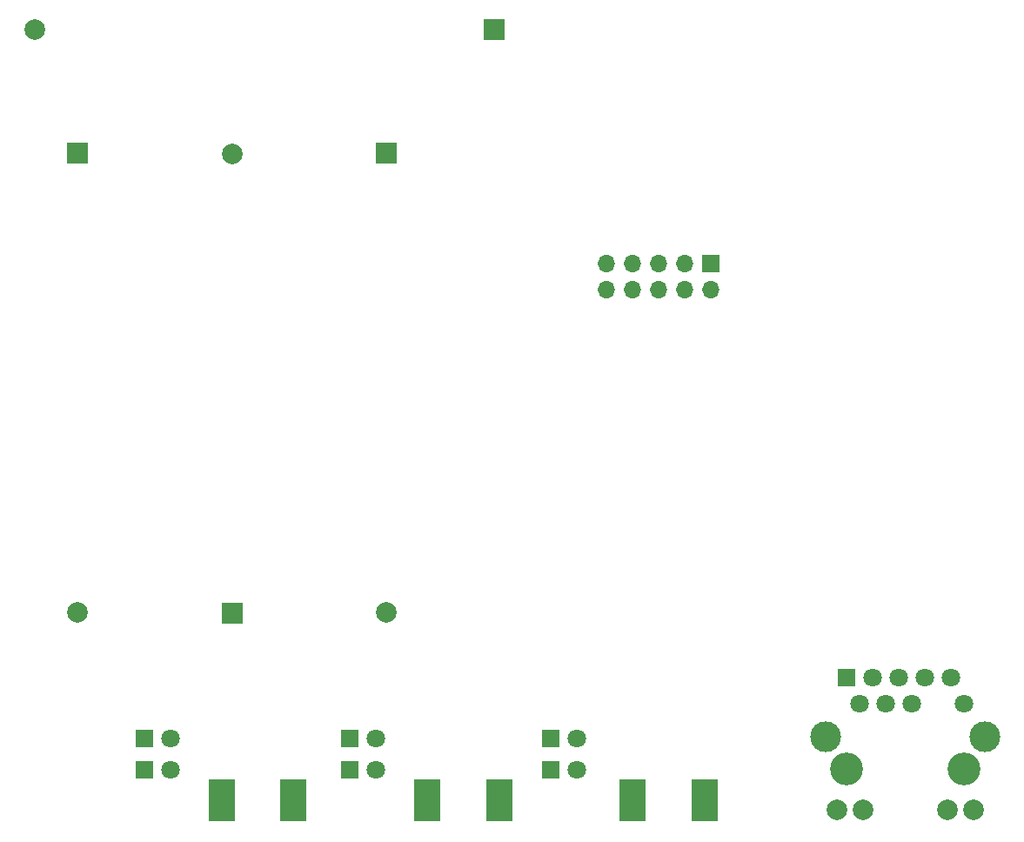
<source format=gbr>
%TF.GenerationSoftware,KiCad,Pcbnew,6.0.2+dfsg-1*%
%TF.CreationDate,2023-05-23T16:54:33-05:00*%
%TF.ProjectId,ethernet,65746865-726e-4657-942e-6b696361645f,rev?*%
%TF.SameCoordinates,Original*%
%TF.FileFunction,Soldermask,Bot*%
%TF.FilePolarity,Negative*%
%FSLAX46Y46*%
G04 Gerber Fmt 4.6, Leading zero omitted, Abs format (unit mm)*
G04 Created by KiCad (PCBNEW 6.0.2+dfsg-1) date 2023-05-23 16:54:33*
%MOMM*%
%LPD*%
G01*
G04 APERTURE LIST*
%ADD10R,2.665000X4.190000*%
%ADD11R,2.000000X2.000000*%
%ADD12C,2.000000*%
%ADD13R,1.800000X1.800000*%
%ADD14C,1.800000*%
%ADD15C,3.200000*%
%ADD16C,3.000000*%
%ADD17R,1.700000X1.700000*%
%ADD18O,1.700000X1.700000*%
G04 APERTURE END LIST*
D10*
%TO.C,J2*%
X120492500Y-137000000D03*
X113507500Y-137000000D03*
%TD*%
D11*
%TO.C,BT1*%
X89500000Y-74000000D03*
D12*
X89500000Y-118700000D03*
%TD*%
D11*
%TO.C,BT2*%
X74500000Y-118750000D03*
D12*
X74500000Y-74050000D03*
%TD*%
D10*
%TO.C,J6*%
X80492500Y-137000000D03*
X73507500Y-137000000D03*
%TD*%
D13*
%TO.C,D2*%
X105500000Y-134000000D03*
D14*
X108040000Y-134000000D03*
%TD*%
D10*
%TO.C,J5*%
X100492500Y-137000000D03*
X93507500Y-137000000D03*
%TD*%
D15*
%TO.C,J1*%
X134290000Y-133895000D03*
X145720000Y-133895000D03*
D13*
X134290000Y-125005000D03*
D14*
X135560000Y-127545000D03*
X136830000Y-125005000D03*
X138100000Y-127545000D03*
X139370000Y-125005000D03*
X140640000Y-127545000D03*
X141910000Y-125005000D03*
X144450000Y-125005000D03*
X145720000Y-127545000D03*
D12*
X133370000Y-137955000D03*
X135910000Y-137955000D03*
X144090000Y-137955000D03*
X146630000Y-137955000D03*
D16*
X147750000Y-130845000D03*
X132250000Y-130845000D03*
%TD*%
D13*
%TO.C,D3*%
X86000000Y-131000000D03*
D14*
X88540000Y-131000000D03*
%TD*%
D13*
%TO.C,D6*%
X66000000Y-134000000D03*
D14*
X68540000Y-134000000D03*
%TD*%
D11*
%TO.C,BT4*%
X100000000Y-62000000D03*
D12*
X55300000Y-62000000D03*
%TD*%
D13*
%TO.C,D5*%
X66000000Y-131000000D03*
D14*
X68540000Y-131000000D03*
%TD*%
D17*
%TO.C,J3*%
X121075000Y-84725000D03*
D18*
X121075000Y-87265000D03*
X118535000Y-84725000D03*
X118535000Y-87265000D03*
X115995000Y-84725000D03*
X115995000Y-87265000D03*
X113455000Y-84725000D03*
X113455000Y-87265000D03*
X110915000Y-84725000D03*
X110915000Y-87265000D03*
%TD*%
D13*
%TO.C,D1*%
X105500000Y-131000000D03*
D14*
X108040000Y-131000000D03*
%TD*%
D11*
%TO.C,BT3*%
X59500000Y-74000000D03*
D12*
X59500000Y-118700000D03*
%TD*%
D13*
%TO.C,D4*%
X86000000Y-134000000D03*
D14*
X88540000Y-134000000D03*
%TD*%
M02*

</source>
